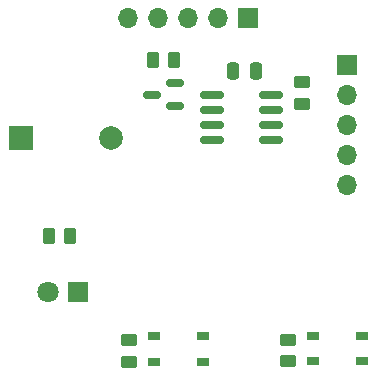
<source format=gbr>
%TF.GenerationSoftware,KiCad,Pcbnew,8.0.6*%
%TF.CreationDate,2024-10-18T13:40:27-03:00*%
%TF.ProjectId,FritzenLab-egg-timer,46726974-7a65-46e4-9c61-622d6567672d,rev?*%
%TF.SameCoordinates,Original*%
%TF.FileFunction,Soldermask,Top*%
%TF.FilePolarity,Negative*%
%FSLAX46Y46*%
G04 Gerber Fmt 4.6, Leading zero omitted, Abs format (unit mm)*
G04 Created by KiCad (PCBNEW 8.0.6) date 2024-10-18 13:40:27*
%MOMM*%
%LPD*%
G01*
G04 APERTURE LIST*
G04 Aperture macros list*
%AMRoundRect*
0 Rectangle with rounded corners*
0 $1 Rounding radius*
0 $2 $3 $4 $5 $6 $7 $8 $9 X,Y pos of 4 corners*
0 Add a 4 corners polygon primitive as box body*
4,1,4,$2,$3,$4,$5,$6,$7,$8,$9,$2,$3,0*
0 Add four circle primitives for the rounded corners*
1,1,$1+$1,$2,$3*
1,1,$1+$1,$4,$5*
1,1,$1+$1,$6,$7*
1,1,$1+$1,$8,$9*
0 Add four rect primitives between the rounded corners*
20,1,$1+$1,$2,$3,$4,$5,0*
20,1,$1+$1,$4,$5,$6,$7,0*
20,1,$1+$1,$6,$7,$8,$9,0*
20,1,$1+$1,$8,$9,$2,$3,0*%
G04 Aperture macros list end*
%ADD10RoundRect,0.250000X0.450000X-0.262500X0.450000X0.262500X-0.450000X0.262500X-0.450000X-0.262500X0*%
%ADD11RoundRect,0.250000X-0.250000X-0.475000X0.250000X-0.475000X0.250000X0.475000X-0.250000X0.475000X0*%
%ADD12RoundRect,0.250000X-0.450000X0.262500X-0.450000X-0.262500X0.450000X-0.262500X0.450000X0.262500X0*%
%ADD13R,1.700000X1.700000*%
%ADD14O,1.700000X1.700000*%
%ADD15RoundRect,0.150000X0.587500X0.150000X-0.587500X0.150000X-0.587500X-0.150000X0.587500X-0.150000X0*%
%ADD16R,1.050000X0.650000*%
%ADD17RoundRect,0.150000X-0.825000X-0.150000X0.825000X-0.150000X0.825000X0.150000X-0.825000X0.150000X0*%
%ADD18R,1.800000X1.800000*%
%ADD19C,1.800000*%
%ADD20R,2.000000X2.000000*%
%ADD21C,2.000000*%
%ADD22RoundRect,0.250000X-0.262500X-0.450000X0.262500X-0.450000X0.262500X0.450000X-0.262500X0.450000X0*%
%ADD23RoundRect,0.250000X0.262500X0.450000X-0.262500X0.450000X-0.262500X-0.450000X0.262500X-0.450000X0*%
G04 APERTURE END LIST*
D10*
%TO.C,R2*%
X94325000Y-45007500D03*
X94325000Y-43182500D03*
%TD*%
D11*
%TO.C,C1*%
X88475000Y-42245000D03*
X90375000Y-42245000D03*
%TD*%
D12*
%TO.C,R3*%
X79625000Y-65062500D03*
X79625000Y-66887500D03*
%TD*%
D13*
%TO.C,J1*%
X89720000Y-37800000D03*
D14*
X87180000Y-37800000D03*
X84640000Y-37800000D03*
X82100000Y-37800000D03*
X79560000Y-37800000D03*
%TD*%
D15*
%TO.C,Q1*%
X83525000Y-45200000D03*
X83525000Y-43300000D03*
X81650000Y-44250000D03*
%TD*%
D16*
%TO.C,SW2*%
X85900000Y-66850000D03*
X81750000Y-66850000D03*
X85900000Y-64700000D03*
X81750000Y-64700000D03*
%TD*%
D17*
%TO.C,U1*%
X86725000Y-44295000D03*
X86725000Y-45565000D03*
X86725000Y-46835000D03*
X86725000Y-48105000D03*
X91675000Y-48105000D03*
X91675000Y-46835000D03*
X91675000Y-45565000D03*
X91675000Y-44295000D03*
%TD*%
D18*
%TO.C,D1*%
X75340000Y-61000000D03*
D19*
X72800000Y-61000000D03*
%TD*%
D12*
%TO.C,R4*%
X93125000Y-65012500D03*
X93125000Y-66837500D03*
%TD*%
D20*
%TO.C,BZ1*%
X70500000Y-47900000D03*
D21*
X78100000Y-47900000D03*
%TD*%
D22*
%TO.C,R5*%
X81687500Y-41300000D03*
X83512500Y-41300000D03*
%TD*%
D23*
%TO.C,R1*%
X74677500Y-56200000D03*
X72852500Y-56200000D03*
%TD*%
D13*
%TO.C,J2*%
X98125000Y-41720000D03*
D14*
X98125000Y-44260000D03*
X98125000Y-46800000D03*
X98125000Y-49340000D03*
X98125000Y-51880000D03*
%TD*%
D16*
%TO.C,SW1*%
X99400000Y-66800000D03*
X95250000Y-66800000D03*
X99400000Y-64650000D03*
X95250000Y-64650000D03*
%TD*%
M02*

</source>
